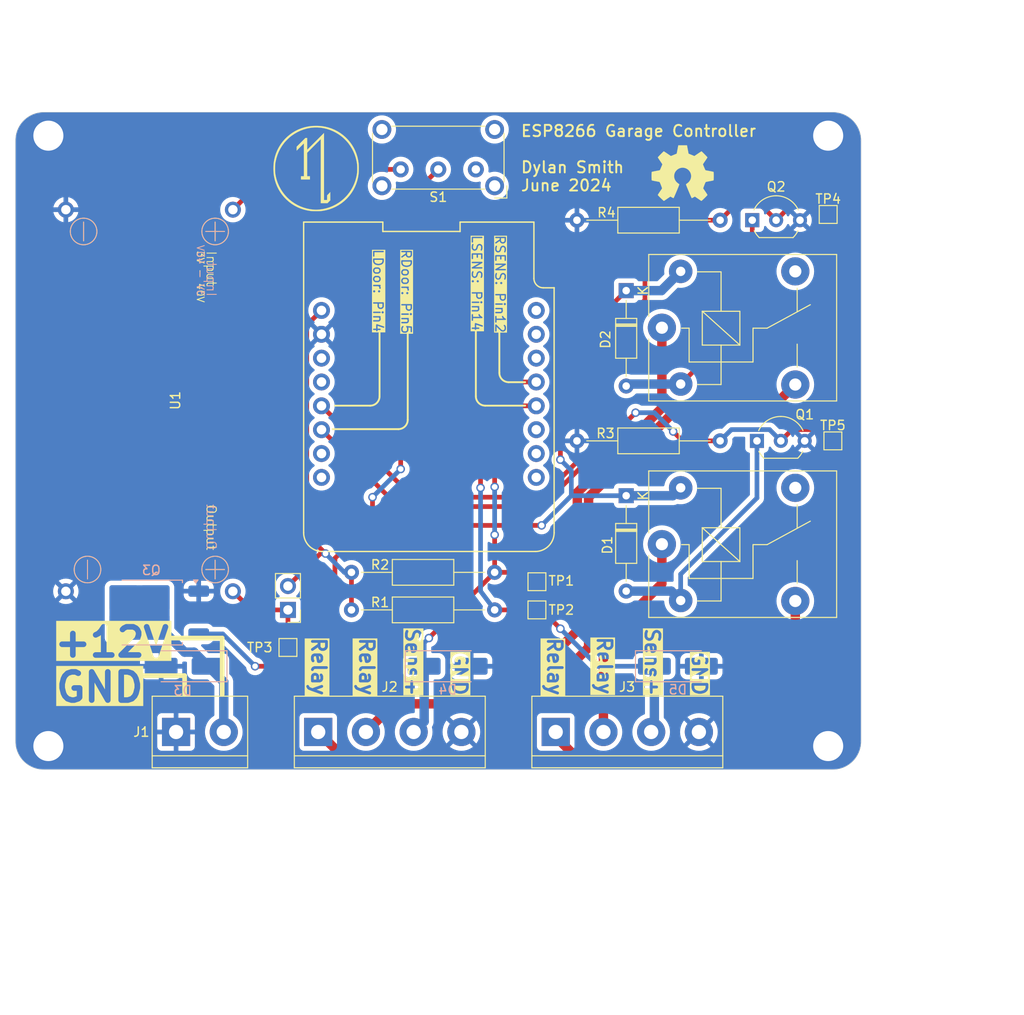
<source format=kicad_pcb>
(kicad_pcb (version 20240108) (generator "pcbnew") (generator_version "8.0")
  (layers (0 "F.Cu" signal) (31 "B.Cu" signal) (34 "B.Paste" user) (35 "F.Paste" user) (36 "B.SilkS" user "B.Silkscreen") (37 "F.SilkS" user "F.Silkscreen") (38 "B.Mask" user) (39 "F.Mask" user) (44 "Edge.Cuts" user))
  (net 0 "")
  (net 1 "+12V")
  (net 2 "Net-(D1-A)")
  (net 3 "Net-(D2-A)")
  (net 4 "Earth")
  (net 5 "LEFT_SENSOR")
  (net 6 "RIGHT_SENSOR")
  (net 7 "LBUT_NO")
  (net 8 "LBUT_COM")
  (net 9 "RBUT_NO")
  (net 10 "RBUT_COM")
  (net 11 "Net-(JP1-A)")
  (net 12 "+5V")
  (net 13 "Net-(Q1-G)")
  (net 14 "Net-(Q2-G)")
  (net 16 "Net-(S1-A)")
  (net 19 "Net-(D3-A1)")
  (footprint "TestPoint:TestPoint_Pad_1.5x1.5mm" (layer "F.Cu") (at 80.5 75)
    (property "Reference" "TP1" (at 2.6 -0.1 0) (layer "F.SilkS"))
    (property "Value" "TestPoint")
    (pad "1" smd rect (at 0 0) (size 1.5 1.5) (layers "F.Cu" "F.Mask") (net 5 "LEFT_SENSOR"))
  )
  (footprint "MountingHole:MountingHole_3.2mm_M3" (layer "F.Cu") (at 111.5 92.5)
    (property "Reference" "H2" (hide yes))
    (property "Value" "MountingHole")
    (pad "" np_thru_hole circle (at 0 0) (size 3.2 3.2) (drill 3.2) (layers "*.Cu" "*.Mask"))
  )
  (footprint "TestPoint:TestPoint_Pad_1.5x1.5mm" (layer "F.Cu") (at 54 82)
    (property "Reference" "TP3" (at -3 0 0) (layer "F.SilkS"))
    (property "Value" "TestPoint")
    (pad "1" smd rect (at 0 0) (size 1.5 1.5) (layers "F.Cu" "F.Mask") (net 11 "Net-(JP1-A)"))
  )
  (footprint "Package_TO_SOT_THT:TO-92_Inline_Wide" (layer "F.Cu") (at 103.92 60)
    (property "Reference" "Q1" (at 5.08 -2.8 0) (layer "F.SilkS"))
    (property "Value" "BS170-D26Z")
    (pad "1" thru_hole rect (at 0 0) (size 1.5 1.5) (drill 0.8) (layers "*.Cu" "*.Mask") (net 2 "Net-(D1-A)"))
    (pad "2" thru_hole circle (at 2.54 0) (size 1.5 1.5) (drill 0.8) (layers "*.Cu" "*.Mask") (net 13 "Net-(Q1-G)"))
    (pad "3" thru_hole circle (at 5.08 0) (size 1.5 1.5) (drill 0.8) (layers "*.Cu" "*.Mask") (net 4 "Earth"))
  )
  (footprint "Diode_THT:D_DO-35_SOD27_P10.16mm_Horizontal" (layer "F.Cu") (at 90 65.84 -90)
    (property "Reference" "D1" (at 5.26 2 90) (layer "F.SilkS"))
    (property "Value" "1N4148TR")
    (fp_text user "K" (at 0 -1.8 -90) (layer "F.SilkS"))
    (pad "1" thru_hole rect (at 0 0 270) (size 1.6 1.6) (drill 0.8) (layers "*.Cu" "*.Mask") (net 1 "+12V"))
    (pad "2" thru_hole oval (at 10.16 0 270) (size 1.6 1.6) (drill 0.8) (layers "*.Cu" "*.Mask") (net 2 "Net-(D1-A)"))
  )
  (footprint "TestPoint:TestPoint_Pad_1.5x1.5mm" (layer "F.Cu") (at 112 60)
    (property "Reference" "TP5" (at 0 -1.648 0) (layer "F.SilkS"))
    (property "Value" "TestPoint")
    (pad "1" smd rect (at 0 0) (size 1.5 1.5) (layers "F.Cu" "F.Mask") (net 13 "Net-(Q1-G)"))
  )
  (footprint "Resistor_THT:R_Axial_DIN0207_L6.3mm_D2.5mm_P15.24mm_Horizontal" (layer "F.Cu") (at 60.76 74)
    (property "Reference" "R2" (at 3.04 -0.8 0) (layer "F.SilkS"))
    (property "Value" "100k")
    (pad "1" thru_hole circle (at 0 0) (size 1.6 1.6) (drill 0.8) (layers "*.Cu" "*.Mask") (net 12 "+5V"))
    (pad "2" thru_hole oval (at 15.24 0) (size 1.6 1.6) (drill 0.8) (layers "*.Cu" "*.Mask") (net 5 "LEFT_SENSOR"))
  )
  (footprint "Resistor_THT:R_Axial_DIN0207_L6.3mm_D2.5mm_P15.24mm_Horizontal" (layer "F.Cu") (at 100 60 180)
    (property "Reference" "R3" (at 12.2 0.8 0) (layer "F.SilkS"))
    (property "Value" "100k")
    (pad "1" thru_hole circle (at 0 0 180) (size 1.6 1.6) (drill 0.8) (layers "*.Cu" "*.Mask") (net 13 "Net-(Q1-G)"))
    (pad "2" thru_hole oval (at 15.24 0 180) (size 1.6 1.6) (drill 0.8) (layers "*.Cu" "*.Mask") (net 4 "Earth"))
  )
  (footprint "MountingHole:MountingHole_3.2mm_M3" (layer "F.Cu") (at 28.5 27.5)
    (property "Reference" "H3" (hide yes))
    (property "Value" "MountingHole")
    (pad "" np_thru_hole circle (at 0 0) (size 3.2 3.2) (drill 3.2) (layers "*.Cu" "*.Mask"))
  )
  (footprint "TestPoint:TestPoint_Pad_1.5x1.5mm" (layer "F.Cu") (at 80.5 78)
    (property "Reference" "TP2" (at 2.6 0 0) (layer "F.SilkS"))
    (property "Value" "TestPoint")
    (pad "1" smd rect (at 0 0) (size 1.5 1.5) (layers "F.Cu" "F.Mask") (net 6 "RIGHT_SENSOR"))
  )
  (footprint "TerminalBlock:TerminalBlock_bornier-2_P5.08mm" (layer "F.Cu") (at 42.09 91)
    (property "Reference" "J1" (at -3.69 0 0) (layer "F.SilkS"))
    (property "Value" "1935161.0")
    (pad "1" thru_hole rect (at 0 0) (size 3 3) (drill 1.52) (layers "*.Cu" "*.Mask") (net 4 "Earth"))
    (pad "2" thru_hole circle (at 5.08 0) (size 3 3) (drill 1.52) (layers "*.Cu" "*.Mask") (net 19 "Net-(D3-A1)"))
  )
  (footprint "000-Footprints:Relay_SPDT_Songle" (layer "F.Cu") (at 101.9 47.95)
    (property "Reference" "K2" (hide yes))
    (property "Value" "SRD-12VDC-SL-C")
    (pad "1" thru_hole circle (at -8.1 0 90) (size 3 3) (drill 1.3) (layers "*.Cu" "*.Mask") (net 8 "LBUT_COM"))
    (pad "2" thru_hole circle (at -6.1 6 90) (size 2.5 2.5) (drill 1) (layers "*.Cu" "*.Mask") (net 3 "Net-(D2-A)"))
    (pad "3" thru_hole circle (at 6.1 6.05 90) (size 3 3) (drill 1.3) (layers "*.Cu" "*.Mask") (net 7 "LBUT_NO"))
    (pad "4" thru_hole circle (at 6.1 -6 90) (size 3 3) (drill 1.3) (layers "*.Cu" "*.Mask"))
    (pad "5" thru_hole circle (at -6.1 -6 90) (size 2.5 2.5) (drill 1) (layers "*.Cu" "*.Mask") (net 1 "+12V"))
  )
  (footprint "TerminalBlock:TerminalBlock_bornier-4_P5.08mm" (layer "F.Cu") (at 57.22 91)
    (property "Reference" "J2" (at 7.6 -4.8 0) (layer "F.SilkS"))
    (property "Value" "EB21A-04-C")
    (pad "1" thru_hole rect (at 0 0) (size 3 3) (drill 1.52) (layers "*.Cu" "*.Mask") (net 7 "LBUT_NO"))
    (pad "2" thru_hole circle (at 5.08 0) (size 3 3) (drill 1.52) (layers "*.Cu" "*.Mask") (net 8 "LBUT_COM"))
    (pad "3" thru_hole circle (at 10.16 0) (size 3 3) (drill 1.52) (layers "*.Cu" "*.Mask") (net 5 "LEFT_SENSOR"))
    (pad "4" thru_hole circle (at 15.24 0) (size 3 3) (drill 1.52) (layers "*.Cu" "*.Mask") (net 4 "Earth"))
  )
  (footprint "TestPoint:TestPoint_Pad_1.5x1.5mm" (layer "F.Cu") (at 111.5 35.89)
    (property "Reference" "TP4" (at 0 -1.648 0) (layer "F.SilkS"))
    (property "Value" "TestPoint")
    (pad "1" smd rect (at 0 0) (size 1.5 1.5) (layers "F.Cu" "F.Mask") (net 14 "Net-(Q2-G)"))
  )
  (footprint "Diode_THT:D_DO-35_SOD27_P10.16mm_Horizontal" (layer "F.Cu") (at 90 44 -90)
    (property "Reference" "D2" (at 5.2 2.2 90) (layer "F.SilkS"))
    (property "Value" "1N4148TR")
    (fp_text user "K" (at 0 -1.8 -90) (layer "F.SilkS"))
    (pad "1" thru_hole rect (at 0 0 270) (size 1.6 1.6) (drill 0.8) (layers "*.Cu" "*.Mask") (net 1 "+12V"))
    (pad "2" thru_hole oval (at 10.16 0 270) (size 1.6 1.6) (drill 0.8) (layers "*.Cu" "*.Mask") (net 3 "Net-(D2-A)"))
  )
  (footprint "Symbol:OSHW-Symbol_6.7x6mm_SilkScreen" (layer "F.Cu") (at 96 31.5)
    (property "Reference" "REF**" (hide yes))
    (property "Value" "OSHW-Symbol_6.7x6mm_SilkScreen" (hide yes))
  )
  (footprint "000-Footprints:Relay_SPDT_Songle" (layer "F.Cu") (at 101.9 71)
    (property "Reference" "K1" (hide yes))
    (property "Value" "SRD-12VDC-SL-C")
    (pad "1" thru_hole circle (at -8.1 0 90) (size 3 3) (drill 1.3) (layers "*.Cu" "*.Mask") (net 10 "RBUT_COM"))
    (pad "2" thru_hole circle (at -6.1 6 90) (size 2.5 2.5) (drill 1) (layers "*.Cu" "*.Mask") (net 2 "Net-(D1-A)"))
    (pad "3" thru_hole circle (at 6.1 6.05 90) (size 3 3) (drill 1.3) (layers "*.Cu" "*.Mask") (net 9 "RBUT_NO"))
    (pad "4" thru_hole circle (at 6.1 -6 90) (size 3 3) (drill 1.3) (layers "*.Cu" "*.Mask"))
    (pad "5" thru_hole circle (at -6.1 -6 90) (size 2.5 2.5) (drill 1) (layers "*.Cu" "*.Mask") (net 1 "+12V"))
  )
  (footprint "Resistor_THT:R_Axial_DIN0207_L6.3mm_D2.5mm_P15.24mm_Horizontal" (layer "F.Cu") (at 60.76 78)
    (property "Reference" "R1" (at 3.04 -0.8 0) (layer "F.SilkS"))
    (property "Value" "100k")
    (pad "1" thru_hole circle (at 0 0) (size 1.6 1.6) (drill 0.8) (layers "*.Cu" "*.Mask") (net 12 "+5V"))
    (pad "2" thru_hole oval (at 15.24 0) (size 1.6 1.6) (drill 0.8) (layers "*.Cu" "*.Mask") (net 6 "RIGHT_SENSOR"))
  )
  (footprint "Graphics:Nlogo_10mm_x_10mm" (layer "F.Cu") (at 57 31)
    (property "Reference" "G***" (hide yes))
    (property "Value" "LOGO" (hide yes))
  )
  (footprint "TerminalBlock:TerminalBlock_bornier-4_P5.08mm" (layer "F.Cu") (at 82.5 91)
    (property "Reference" "J3" (at 7.6 -4.8 0) (layer "F.SilkS"))
    (property "Value" "EB21A-04-C")
    (pad "1" thru_hole rect (at 0 0) (size 3 3) (drill 1.52) (layers "*.Cu" "*.Mask") (net 9 "RBUT_NO"))
    (pad "2" thru_hole circle (at 5.08 0) (size 3 3) (drill 1.52) (layers "*.Cu" "*.Mask") (net 10 "RBUT_COM"))
    (pad "3" thru_hole circle (at 10.16 0) (size 3 3) (drill 1.52) (layers "*.Cu" "*.Mask") (net 6 "RIGHT_SENSOR"))
    (pad "4" thru_hole circle (at 15.24 0) (size 3 3) (drill 1.52) (layers "*.Cu" "*.Mask") (net 4 "Earth"))
  )
  (footprint "000-Footprints:LM2596Module" (layer "F.Cu") (at 39.25 55.7 -90)
    (property "Reference" "U1" (at 0 -2.77 90) (layer "F.SilkS"))
    (property "Value" "LM2596")
    (fp_text user "3V - 40V" (at -11 -5 -90) (layer "B.SilkS") (effects (font (size 0.75 0.75) (thickness 0.1)) (justify left bottom mirror)))
    (fp_text user "Input" (at -11 -6 -90) (layer "B.SilkS") (effects (font (thickness 0.1)) (justify left bottom mirror)))
    (fp_text user "Output" (at 16 -6 -90) (layer "B.SilkS") (effects (font (thickness 0.1)) (justify left bottom mirror)))
    (fp_text user "3V - 40V" (at -16 -5 -90) (layer "F.SilkS") (effects (font (size 0.75 0.75) (thickness 0.1)) (justify left bottom)))
    (fp_text user "Output" (at 11 -6 -90) (layer "F.SilkS") (effects (font (thickness 0.1)) (justify left bottom)))
    (fp_text user "Input" (at -16 -6 -90) (layer "F.SilkS") (effects (font (thickness 0.1)) (justify left bottom)))
    (pad "1" thru_hole oval (at -20.32 -8.89 270) (size 1.7 1.7) (drill 1) (layers "*.Cu" "*.Mask") (net 16 "Net-(S1-A)"))
    (pad "2" thru_hole oval (at -20.32 8.89 270) (size 1.7 1.7) (drill 1) (layers "*.Cu" "*.Mask") (net 4 "Earth"))
    (pad "3" thru_hole circle (at 20.32 8.89 270) (size 1.7 1.7) (drill 1) (layers "*.Cu" "*.Mask") (net 4 "Earth"))
    (pad "4" thru_hole circle (at 20.32 -8.89 270) (size 1.7 1.7) (drill 1) (layers "*.Cu" "*.Mask") (net 11 "Net-(JP1-A)"))
  )
  (footprint "000-Footprints:wemos-d1-mini-with-pin-header-and-connector" (layer "F.Cu") (at 69 55 -90)
    (property "Reference" "U2" (hide yes))
    (property "Value" "WeMos_D1_mini")
    (pad "1" thru_hole circle (at 8.89 -11.43 270) (size 1.8 1.8) (drill 1.016) (layers "*.Cu" "*.Mask"))
    (pad "2" thru_hole circle (at 6.35 -11.43 270) (size 1.8 1.8) (drill 1.016) (layers "*.Cu" "*.Mask"))
    (pad "3" thru_hole circle (at 3.81 -11.43 270) (size 1.8 1.8) (drill 1.016) (layers "*.Cu" "*.Mask"))
    (pad "4" thru_hole circle (at 1.27 -11.43 270) (size 1.8 1.8) (drill 1.016) (layers "*.Cu" "*.Mask") (net 5 "LEFT_SENSOR"))
    (pad "5" thru_hole circle (at -1.27 -11.43 270) (size 1.8 1.8) (drill 1.016) (layers "*.Cu" "*.Mask") (net 6 "RIGHT_SENSOR"))
    (pad "6" thru_hole circle (at -3.81 -11.43) (size 1.8 1.8) (drill 1.016) (layers "*.Cu" "*.Mask"))
    (pad "7" thru_hole circle (at -6.35 -11.43 270) (size 1.8 1.8) (drill 1.016) (layers "*.Cu" "*.Mask"))
    (pad "8" thru_hole circle (at -8.89 -11.43 270) (size 1.8 1.8) (drill 1.016) (layers "*.Cu" "*.Mask"))
    (pad "9" thru_hole circle (at -8.89 11.43 270) (size 1.8 1.8) (drill 1.016) (layers "*.Cu" "*.Mask") (net 12 "+5V"))
    (pad "10" thru_hole circle (at -6.35 11.43 270) (size 1.8 1.8) (drill 1.016) (layers "*.Cu" "*.Mask") (net 4 "Earth"))
    (pad "11" thru_hole circle (at -3.81 11.43 270) (size 1.8 1.8) (drill 1.016) (layers "*.Cu" "*.Mask"))
    (pad "12" thru_hole circle (at -1.27 11.43 270) (size 1.8 1.8) (drill 1.016) (layers "*.Cu" "*.Mask"))
    (pad "13" thru_hole circle (at 1.27 11.43 270) (size 1.8 1.8) (drill 1.016) (layers "*.Cu" "*.Mask") (net 14 "Net-(Q2-G)"))
    (pad "14" thru_hole circle (at 3.81 11.43 270) (size 1.8 1.8) (drill 1.016) (layers "*.Cu" "*.Mask") (net 13 "Net-(Q1-G)"))
    (pad "15" thru_hole circle (at 6.35 11.43 270) (size 1.8 1.8) (drill 1.016) (layers "*.Cu" "*.Mask"))
    (pad "16" thru_hole circle (at 8.89 11.43 270) (size 1.8 1.8) (drill 1.016) (layers "*.Cu" "*.Mask"))
  )
  (footprint "MountingHole:MountingHole_3.2mm_M3" (layer "F.Cu") (at 28.5 92.5)
    (property "Reference" "H4" (hide yes))
    (property "Value" "MountingHole")
    (pad "" np_thru_hole circle (at 0 0) (size 3.2 3.2) (drill 3.2) (layers "*.Cu" "*.Mask"))
  )
  (footprint "Package_TO_SOT_THT:TO-92_Inline_Wide" (layer "F.Cu") (at 103.42 36.5)
    (property "Reference" "Q2" (at 2.54 -3.56 0) (layer "F.SilkS"))
    (property "Value" "BS170-D26Z")
    (pad "1" thru_hole rect (at 0 0) (size 1.5 1.5) (drill 0.8) (layers "*.Cu" "*.Mask") (net 3 "Net-(D2-A)"))
    (pad "2" thru_hole circle (at 2.54 0) (size 1.5 1.5) (drill 0.8) (layers "*.Cu" "*.Mask") (net 14 "Net-(Q2-G)"))
    (pad "3" thru_hole circle (at 5.08 0) (size 1.5 1.5) (drill 0.8) (layers "*.Cu" "*.Mask") (net 4 "Earth"))
  )
  (footprint "MountingHole:MountingHole_3.2mm_M3" (layer "F.Cu") (at 111.5 27.5)
    (property "Reference" "H1" (hide yes))
    (property "Value" "MountingHole")
    (pad "" np_thru_hole circle (at 0 0) (size 3.2 3.2) (drill 3.2) (layers "*.Cu" "*.Mask"))
  )
  (footprint "Connector_PinHeader_2.54mm:PinHeader_1x02_P2.54mm_Vertical" (layer "F.Cu") (at 54 78 180)
    (property "Reference" "JP1" (hide yes))
    (property "Value" "Jumper_2_Bridged")
    (pad "1" thru_hole rect (at 0 0 180) (size 1.7 1.7) (drill 1) (layers "*.Cu" "*.Mask") (net 11 "Net-(JP1-A)"))
    (pad "2" thru_hole oval (at 0 2.54 180) (size 1.7 1.7) (drill 1) (layers "*.Cu" "*.Mask") (net 12 "+5V"))
  )
  (footprint "Resistor_THT:R_Axial_DIN0207_L6.3mm_D2.5mm_P15.24mm_Horizontal" (layer "F.Cu") (at 100 36.5 180)
    (property "Reference" "R4" (at 12.1 0.8 0) (layer "F.SilkS"))
    (property "Value" "100k")
    (pad "1" thru_hole circle (at 0 0 180) (size 1.6 1.6) (drill 0.8) (layers "*.Cu" "*.Mask") (net 14 "Net-(Q2-G)"))
    (pad "2" thru_hole oval (at 15.24 0 180) (size 1.6 1.6) (drill 0.8) (layers "*.Cu" "*.Mask") (net 4 "Earth"))
  )
  (footprint "000-Footprints:SW_E-Switch_EG1224_SPDT_Angled" (layer "F.Cu") (at 70 31.09 180)
    (property "Reference" "S1" (at 0 -2.95 180) (layer "F.SilkS"))
    (property "Value" "EG1224")
    (pad "" thru_hole circle (at -6 -1.75 180) (size 2 2) (drill 1.2) (layers "*.Cu" "*.Mask"))
    (pad "" thru_hole circle (at -6 4.25 180) (size 2 2) (drill 1.2) (layers "*.Cu" "*.Mask"))
    (pad "" thru_hole circle (at 6 -1.75 180) (size 2 2) (drill 1.2) (layers "*.Cu" "*.Mask"))
    (pad "" thru_hole circle (at 6 4.25 180) (size 2 2) (drill 1.2) (layers "*.Cu" "*.Mask"))
    (pad "1" thru_hole circle (at -4 0 180) (size 1.7 1.7) (drill 0.9) (layers "*.Cu" "*.Mask"))
    (pad "2" thru_hole circle (at 0 0 180) (size 1.7 1.7) (drill 0.9) (layers "*.Cu" "*.Mask") (net 1 "+12V"))
    (pad "3" thru_hole circle (at 4 0 180) (size 1.7 1.7) (drill 0.9) (layers "*.Cu" "*.Mask") (net 16 "Net-(S1-A)"))
  )
  (footprint "Diode_SMD:D_SMA_Handsoldering" (layer "B.Cu") (at 95.5 84)
    (property "Reference" "D5" (at 0 2.5 0) (layer "B.SilkS") (effects (justify mirror)))
    (property "Value" "SMA6J5.0A-TR")
    (pad "1" smd roundrect (at -2.5 0) (size 3.5 1.8) (layers "B.Cu" "B.Paste" "B.Mask") (roundrect_rratio 0.1388888889) (net 6 "RIGHT_SENSOR"))
    (pad "2" smd roundrect (at 2.5 0) (size 3.5 1.8) (layers "B.Cu" "B.Paste" "B.Mask") (roundrect_rratio 0.1388888889) (net 4 "Earth"))
  )
  (footprint "Diode_SMD:D_SMA_Handsoldering" (layer "B.Cu") (at 71 84)
    (property "Reference" "D4" (at 0 2.5 0) (layer "B.SilkS") (effects (justify mirror)))
    (property "Value" "SMA6J5.0A-TR")
    (pad "1" smd roundrect (at -2.5 0) (size 3.5 1.8) (layers "B.Cu" "B.Paste" "B.Mask") (roundrect_rratio 0.1388888889) (net 5 "LEFT_SENSOR"))
    (pad "2" smd roundrect (at 2.5 0) (size 3.5 1.8) (layers "B.Cu" "B.Paste" "B.Mask") (roundrect_rratio 0.1388888889) (net 4 "Earth"))
  )
  (footprint "Package_TO_SOT_SMD:TO-252-2" (layer "B.Cu") (at 39.46 78.28 180)
    (property "Reference" "Q3" (at 0 4.5 0) (layer "B.SilkS") (effects (justify mirror)))
    (property "Value" "IRFR9024NTRLPBF")
    (pad "1" smd roundrect (at -5.04 2.28 180) (size 2.2 1.2) (layers "B.Cu" "B.Paste" "B.Mask") (roundrect_rratio 0.2083333333) (net 4 "Earth"))
    (pad "2" smd roundrect (at -0.415 -1.525 180) (size 3.05 2.75) (layers "B.Cu" "B.Paste") (roundrect_rratio 0.09090909091) (net 19 "Net-(D3-A1)"))
    (pad "2" smd roundrect (at -0.415 1.525 180) (size 3.05 2.75) (layers "B.Cu" "B.Paste") (roundrect_rratio 0.09090909091) (net 19 "Net-(D3-A1)"))
    (pad "2" smd roundrect (at 1.26 0 180) (size 6.4 5.8) (layers "B.Cu" "B.Mask") (roundrect_rratio 0.04310293103) (net 19 "Net-(D3-A1)"))
    (pad "2" smd roundrect (at 2.935 -1.525 180) (size 3.05 2.75) (layers "B.Cu" "B.Paste") (roundrect_rratio 0.09090909091) (net 19 "Net-(D3-A1)"))
    (pad "2" smd roundrect (at 2.935 1.525 180) (size 3.05 2.75) (layers "B.Cu" "B.Paste") (roundrect_rratio 0.09090909091) (net 19 "Net-(D3-A1)"))
    (pad "3" smd roundrect (at -5.04 -2.28 180) (size 2.2 1.2) (layers "B.Cu" "B.Paste" "B.Mask") (roundrect_rratio 0.2083333333) (net 1 "+12V"))
  )
  (footprint "Diode_SMD:D_SMA_Handsoldering" (layer "B.Cu") (at 43 84 180)
    (property "Reference" "D3" (at 0.2 -2.6 0) (layer "B.SilkS") (effects (justify mirror)))
    (property "Value" "SMAJ12A")
    (pad "1" smd roundrect (at -2.5 0 180) (size 3.5 1.8) (layers "B.Cu" "B.Paste" "B.Mask") (roundrect_rratio 0.1388888889) (net 19 "Net-(D3-A1)"))
    (pad "2" smd roundrect (at 2.5 0 180) (size 3.5 1.8) (layers "B.Cu" "B.Paste" "B.Mask") (roundrect_rratio 0.1388888889) (net 4 "Earth"))
  )
  (gr_arc (start 63.75 55.25) (mid 63.457107 55.957107) (end 62.75 56.25) (stroke (width 0.2)) (layer "F.SilkS"))
  (gr_arc (start 77.5 53.75) (mid 76.792893 53.457107) (end 76.5 52.75) (stroke (width 0.2)) (layer "F.SilkS"))
  (gr_arc (start 66.75 57.75) (mid 66.457107 58.457107) (end 65.75 58.75) (stroke (width 0.2)) (layer "F.SilkS"))
  (gr_arc (start 75 56.25) (mid 74.292893 55.957107) (end 74 55.25) (stroke (width 0.2)) (layer "F.SilkS"))
  (gr_line (start 77.5 53.75) (end 79.25 53.75) (stroke (width 0.2)) (layer "F.SilkS"))
  (gr_line (start 63.75 55.25) (end 63.75 48.5) (stroke (width 0.2)) (layer "F.SilkS"))
  (gr_line (start 62.75 56.25) (end 59 56.25) (stroke (width 0.2)) (layer "F.SilkS"))
  (gr_line (start 66.75 48.5) (end 66.75 57.75) (stroke (width 0.2)) (layer "F.SilkS"))
  (gr_line (start 38.5 85) (end 43 85) (stroke (width 0.5)) (layer "F.SilkS"))
  (gr_line (start 47 87) (end 47 81) (stroke (width 0.5)) (layer "F.SilkS"))
  (gr_line (start 65.75 58.75) (end 58.75 58.75) (stroke (width 0.2)) (layer "F.SilkS"))
  (gr_line (start 41.5 81) (end 47 81) (stroke (width 0.5)) (layer "F.SilkS"))
  (gr_line (start 76.5 48.25) (end 76.5 52.75) (stroke (width 0.2)) (layer "F.SilkS"))
  (gr_line (start 74 48.25) (end 74 55.25) (stroke (width 0.2)) (layer "F.SilkS"))
  (gr_line (start 75 56.25) (end 79.25 56.25) (stroke (width 0.2)) (layer "F.SilkS"))
  (gr_line (start 43 87) (end 43 85) (stroke (width 0.5)) (layer "F.SilkS"))
  (gr_line (start 115 28) (end 115 92) (stroke (width 0.05)) (layer "Edge.Cuts"))
  (gr_arc (start 25 28) (mid 25.87868 25.87868) (end 28 25) (stroke (width 0.05)) (layer "Edge.Cuts"))
  (gr_line (start 25 92) (end 25 28) (stroke (width 0.05)) (layer "Edge.Cuts"))
  (gr_arc (start 115 92) (mid 114.12132 94.12132) (end 112 95) (stroke (width 0.05)) (layer "Edge.Cuts"))
  (gr_arc (start 28 95) (mid 25.87868 94.12132) (end 25 92) (stroke (width 0.05)) (layer "Edge.Cuts"))
  (gr_arc (start 112 25) (mid 114.12132 25.87868) (end 115 28) (stroke (width 0.05)) (layer "Edge.Cuts"))
  (gr_line (start 28 25) (end 112 25) (stroke (width 0.05)) (layer "Edge.Cuts"))
  (gr_rect (start 74 121.11) (end 74 121.11) (stroke (width 0.05)) (fill none) (layer "Edge.Cuts"))
  (gr_line (start 112 95) (end 28 95) (stroke (width 0.05)) (layer "Edge.Cuts"))
  (gr_text "RDoor: Pin5" (at 66 39.5 -90) (layer "F.SilkS" knockout) (effects (font (size 1 1)) (justify left bottom)))
  (gr_text "+12V\n" (at 28.852829 83.199731 0) (layer "F.SilkS" knockout) (effects (font (size 3 3) (thickness 0.6) (bold yes)) (justify left bottom)))
  (gr_text "RSENS: Pin12" (at 76 38 -90) (layer "F.SilkS" knockout) (effects (font (size 1 1)) (justify left bottom)))
  (gr_text "Sens+" (at 66.4 79.8 270) (layer "F.SilkS" knockout) (effects (font (size 1.5 1.5) (thickness 0.3) (bold yes)) (justify left bottom)))
  (gr_text "ESP8266 Garage Controller\n\nDylan Smith\nJune 2024" (at 78.7 33.5 0) (layer "F.SilkS") (effects (font (size 1.2 1.2) (thickness 0.2) (bold yes)) (justify left bottom)))
  (gr_text "Relay" (at 56.4 80.8 270) (layer "F.SilkS" knockout) (effects (font (size 1.5 1.5) (thickness 0.3) (bold yes)) (justify left bottom)))
  (gr_text "Relay" (at 86.8 80.7 270) (layer "F.SilkS" knockout) (effects (font (size 1.5 1.5) (thickness 0.3) (bold yes)) (justify left bottom)))
  (gr_text "GND" (at 71.4 82.3 270) (layer "F.SilkS" knockout) (effects (font (size 1.5 1.5) (thickness 0.3) (bold yes)) (justify left bottom)))
  (gr_text "GND" (at 96.9 82.3 270) (layer "F.SilkS" knockout) (effects (font (size 1.5 1.5) (thickness 0.3) (bold yes)) (justify left bottom)))
  (gr_text "GND" (at 29 88 0) (layer "F.SilkS" knockout) (effects (font (size 3 3) (thickness 0.6) (bold yes)) (justify left bottom)))
  (gr_text "LDoor: Pin4" (at 63 39.5 -90) (layer "F.SilkS" knockout) (effects (font (size 1 1)) (justify left bottom)))
  (gr_text "Relay" (at 81.5 80.8 270) (layer "F.SilkS" knockout) (effects (font (size 1.5 1.5) (thickness 0.3) (bold yes)) (justify left bottom)))
  (gr_text "LSENS: Pin14" (at 73.5 38 -90) (layer "F.SilkS" knockout) (effects (font (size 1 1)) (justify left bottom)))
  (gr_text "Relay" (at 61.5 80.8 270) (layer "F.SilkS" knockout) (effects (font (size 1.5 1.5) (thickness 0.3) (bold yes)) (justify left bottom)))
  (gr_text "Sens+" (at 91.9 79.8 270) (layer "F.SilkS" knockout) (effects (font (size 1.5 1.5) (thickness 0.3) (bold yes)) (justify left bottom)))
  (segment (start 50.5 84) (end 56 84) (width 0.5) (layer "F.Cu") (net 1))
  (segment (start 62.5 69) (end 59 72.5) (width 0.5) (layer "F.Cu") (net 1))
  (segment (start 66 63) (end 66 35.09) (width 0.5) (layer "F.Cu") (net 1))
  (segment (start 83 62) (end 83 51) (width 0.5) (layer "F.Cu") (net 1))
  (segment (start 59 81) (end 56 84) (width 0.5) (layer "F.Cu") (net 1))
  (segment (start 59 72.5) (end 59 81) (width 0.5) (layer "F.Cu") (net 1))
  (segment (start 66 35.09) (end 70 31.09) (width 0.5) (layer "F.Cu") (net 1))
  (segment (start 81 69) (end 62.5 69) (width 0.5) (layer "F.Cu") (net 1))
  (segment (start 63 68.5) (end 63 66) (width 0.5) (layer "F.Cu") (net 1))
  (segment (start 83 51) (end 90 44) (width 0.5) (layer "F.Cu") (net 1))
  (segment (start 62.5 69) (end 63 68.5) (width 0.5) (layer "F.Cu") (net 1))
  (via (at 50.5 84) (size 0.9) (drill 0.6) (layers "F.Cu" "B.Cu") (net 1))
  (via (at 63 66) (size 0.9) (drill 0.6) (layers "F.Cu" "B.Cu") (net 1))
  (via (at 83 62) (size 0.9) (drill 0.6) (layers "F.Cu" "B.Cu") (net 1))
  (via (at 81 69) (size 0.9) (drill 0.6) (layers "F.Cu" "B.Cu") (net 1))
  (via (at 66 63) (size 0.9) (drill 0.6) (layers "F.Cu" "B.Cu") (net 1))
  (segment (start 81 69) (end 84.16 65.84) (width 0.5) (layer "B.Cu") (net 1))
  (segment (start 84.16 63.16) (end 83 62) (width 0.5) (layer "B.Cu") (net 1))
  (segment (start 93.75 44) (end 95.8 41.95) (width 1) (layer "B.Cu") (net 1))
  (segment (start 84.16 65.84) (end 90 65.84) (width 0.5) (layer "B.Cu") (net 1))
  (segment (start 63 66) (end 66 63) (width 0.5) (layer "B.Cu") (net 1))
  (segment (start 44.5 80.56) (end 47.06 80.56) (width 0.5) (layer "B.Cu") (net 1))
  (segment (start 90 44) (end 93.75 44) (width 1) (layer "B.Cu") (net 1))
  (segment (start 90 65.84) (end 94.96 65.84) (width 1) (layer "B.Cu") (net 1))
  (segment (start 94.96 65.84) (end 95.8 65) (width 1) (layer "B.Cu") (net 1))
  (segment (start 47.06 80.56) (end 50.5 84) (width 0.5) (layer "B.Cu") (net 1))
  (segment (start 84.16 65.84) (end 84.16 63.16) (width 0.5) (layer "B.Cu") (net 1))
  (segment (start 103.92 66.08) (end 103.92 60) (width 0.5) (layer "B.Cu") (net 2))
  (segment (start 95.8 74.2) (end 103.92 66.08) (width 0.5) (layer "B.Cu") (net 2))
  (segment (start 90 76) (end 94.8 76) (width 1) (layer "B.Cu") (net 2))
  (segment (start 94.8 76) (end 95.8 77) (width 1) (layer "B.Cu") (net 2))
  (segment (start 95.8 77) (end 95.8 74.2) (width 0.5) (layer "B.Cu") (net 2))
  (segment (start 103.42 36.5) (end 103.42 46.33) (width 0.5) (layer "F.Cu") (net 3))
  (segment (start 103.42 46.33) (end 95.8 53.95) (width 0.5) (layer "F.Cu") (net 3))
  (segment (start 95.8 53.95) (end 90.21 53.95) (width 1) (layer "B.Cu") (net 3))
  (segment (start 90.21 53.95) (end 90 54.16) (width 1) (layer "B.Cu") (net 3))
  (segment (start 76 74) (end 79.5 74) (width 0.5) (layer "F.Cu") (net 5))
  (segment (start 76 74) (end 76 70) (width 0.5) (layer "F.Cu") (net 5))
  (segment (start 69 81) (end 76 74) (width 0.5) (layer "F.Cu") (net 5))
  (segment (start 76 64.9) (end 76 58) (width 0.5) (layer "F.Cu") (net 5))
  (segment (start 77.73 56.27) (end 80.43 56.27) (width 0.5) (layer "F.Cu") (net 5))
  (segment (start 79.5 74) (end 80.5 75) (width 0.5) (layer "F.Cu") (net 5))
  (segment (start 76 58) (end 77.73 56.27) (width 0.5) (layer "F.Cu") (net 5))
  (via (at 69 81) (size 0.9) (drill 0.6) (layers "F.Cu" "B.Cu") (net 5))
  (via (at 76 64.9) (size 0.9) (drill 0.6) (layers "F.Cu" "B.Cu") (net 5))
  (via (at 76 70) (size 0.9) (drill 0.6) (layers "F.Cu" "B.Cu") (net 5))
  (segment (start 68.5 89.88) (end 67.38 91) (width 1) (layer "B.Cu") (net 5))
  (segment (start 68.5 81.5) (end 69 81) (width 0.5) (layer "B.Cu") (net 5))
  (segment (start 68.5 84) (end 68.5 81.5) (width 0.5) (layer "B.Cu") (net 5))
  (segment (start 76 70) (end 76 64.9) (width 0.5) (layer "B.Cu") (net 5))
  (segment (start 68.5 84) (end 68.5 89.88) (width 1) (layer "B.Cu") (net 5))
  (segment (start 74.5 58) (end 79 53.73) (width 0.5) (layer "F.Cu") (net 6))
  (segment (start 81 78) (end 76 78) (width 0.5) (layer "F.Cu") (net 6))
  (segment (start 74.5 65) (end 74.5 58) (width 0.5) (layer "F.Cu") (net 6))
  (segment (start 79 53.73) (end 80.43 53.73) (width 0.5) (layer "F.Cu") (net 6))
  (segment (start 83 80) (end 81 78) (width 0.5) (layer "F.Cu") (net 6))
  (via (at 74.5 65) (size 0.9) (drill 0.6) (layers "F.Cu" "B.Cu") (net 6))
  (via (at 83 80) (size 0.9) (drill 0.6) (layers "F.Cu" "B.Cu") (net 6))
  (segment (start 87 84) (end 93 84) (width 0.5) (layer "B.Cu") (net 6))
  (segment (start 74.5 65) (end 74.5 76) (width 0.5) (layer "B.Cu") (net 6))
  (segment (start 93 90.66) (end 92.66 91) (width 1) (layer "B.Cu") (net 6))
  (segment (start 83 80) (end 87 84) (width 0.5) (layer "B.Cu") (net 6))
  (segment (start 74.5 76) (end 76 78) (width 0.5) (layer "B.Cu") (net 6))
  (segment (start 93 84) (end 93 90.66) (width 1) (layer "B.Cu") (net 6))
  (segment (start 86 82) (end 86 66) (width 1) (layer "F.Cu") (net 7))
  (segment (start 74 94) (end 86 82) (width 1) (layer "F.Cu") (net 7))
  (segment (start 86 66) (end 95 57) (width 1) (layer "F.Cu") (net 7))
  (segment (start 57.22 91) (end 60.22 94) (width 1) (layer "F.Cu") (net 7))
  (segment (start 60.22 94) (end 74 94) (width 1) (layer "F.Cu") (net 7))
  (segment (start 95 57) (end 105 57) (width 1) (layer "F.Cu") (net 7))
  (segment (start 105 57) (end 108 54) (width 1) (layer "F.Cu") (net 7))
  (segment (start 84.8 65.502944) (end 93.8 56.502944) (width 1) (layer "F.Cu") (net 8))
  (segment (start 65.3 88) (end 77 88) (width 1) (layer "F.Cu") (net 8))
  (segment (start 84.8 80.2) (end 84.8 65.502944) (width 1) (layer "F.Cu") (net 8))
  (segment (start 77 88) (end 84.8 80.2) (width 1) (layer "F.Cu") (net 8))
  (segment (start 93.8 56.502944) (end 93.8 47.95) (width 1) (layer "F.Cu") (net 8))
  (segment (start 62.3 91) (end 65.3 88) (width 1) (layer "F.Cu") (net 8))
  (segment (start 82.5 91) (end 82.5 91.5) (width 1) (layer "F.Cu") (net 9))
  (segment (start 100 94) (end 108 86) (width 1) (layer "F.Cu") (net 9))
  (segment (start 108 86) (end 108 77.05) (width 1) (layer "F.Cu") (net 9))
  (segment (start 85 94) (end 100 94) (width 1) (layer "F.Cu") (net 9))
  (segment (start 82.5 91.5) (end 85 94) (width 1) (layer "F.Cu") (net 9))
  (segment (start 87.58 81.42) (end 87.58 91) (width 1) (layer "F.Cu") (net 10))
  (segment (start 93.8 71) (end 93.8 75.2) (width 1) (layer "F.Cu") (net 10))
  (segment (start 93.8 75.2) (end 87.58 81.42) (width 1) (layer "F.Cu") (net 10))
  (segment (start 54 78) (end 54 82) (width 0.5) (layer "F.Cu") (net 11))
  (segment (start 54 78) (end 50.12 78) (width 0.5) (layer "F.Cu") (net 11))
  (segment (start 50.12 78) (end 48.14 76.02) (width 0.5) (layer "F.Cu") (net 11))
  (segment (start 60.76 78) (end 60.76 74) (width 0.5) (layer "F.Cu") (net 12))
  (segment (start 56 47.68) (end 57.57 46.11) (width 0.5) (layer "F.Cu") (net 12))
  (segment (start 57.46 72) (end 58 72) (width 0.5) (layer "F.Cu") (net 12))
  (segment (start 54 75.46) (end 57.46 72) (width 0.5) (layer "F.Cu") (net 12))
  (segment (start 58 72) (end 56 70) (width 0.5) (layer "F.Cu") (net 12))
  (segment (start 56 70) (end 56 47.68) (width 0.5) (layer "F.Cu") (net 12))
  (via (at 58 72) (size 0.9) (drill 0.6) (layers "F.Cu" "B.Cu") (net 12))
  (segment (start 60 74) (end 58 72) (width 0.5) (layer "B.Cu") (net 12))
  (segment (start 60.76 74) (end 60 74) (width 0.5) (layer "B.Cu") (net 12))
  (segment (start 96 60) (end 100 60) (width 0.5) (layer "F.Cu") (net 13))
  (segment (start 57.57 58.81) (end 65.76 67) (width 0.5) (layer "F.Cu") (net 13))
  (segment (start 107.66 58.8) (end 110.8 58.8) (width 0.5) (layer "F.Cu") (net 13))
  (segment (start 110.8 58.8) (end 112 60) (width 0.5) (layer "F.Cu") (net 13))
  (segment (start 81 67) (end 91 57) (width 0.5) (layer "F.Cu") (net 13))
  (segment (start 79 67) (end 81 67) (width 0.5) (layer "F.Cu") (net 13))
  (segment (start 106.46 60) (end 107.66 58.8) (width 0.5) (layer "F.Cu") (net 13))
  (segment (start 65.76 67) (end 79 67) (width 0.5) (layer "F.Cu") (net 13))
  (segment (start 95 59) (end 96 60) (width 0.5) (layer "F.Cu") (net 13))
  (via (at 91 57) (size 0.9) (drill 0.6) (layers "F.Cu" "B.Cu") (net 13))
  (via (at 95 59) (size 0.9) (drill 0.6) (layers "F.Cu" "B.Cu") (net 13))
  (segment (start 105.26 58.8) (end 101.2 58.8) (width 0.5) (layer "B.Cu") (net 13))
  (segment (start 101.2 58.8) (end 100 60) (width 0.5) (layer "B.Cu") (net 13))
  (segment (start 91 57) (end 93 57) (width 0.5) (layer "B.Cu") (net 13))
  (segment (start 106.46 60) (end 105.26 58.8) (width 0.5) (layer "B.Cu") (net 13))
  (segment (start 93 57) (end 95 59) (width 0.5) (layer "B.Cu") (net 13))
  (segment (start 111.5 35.89) (end 111.5 35.5) (width 0.5) (layer "F.Cu") (net 14))
  (segment (start 111 35) (end 107.46 35) (width 0.5) (layer "F.Cu") (net 14))
  (segment (start 111.5 35.5) (end 111 35) (width 0.5) (layer "F.Cu") (net 14))
  (segment (start 87 60) (end 81 66) (width 0.5) (layer "F.Cu") (net 14))
  (segment (start 101.5 35) (end 100 36.5) (width 0.5) (layer "F.Cu") (net 14))
  (segment (start 81 66) (end 67.3 66) (width 0.5) (layer "F.Cu") (net 14))
  (segment (start 105.96 36.5) (end 104.46 35) (width 0.5) (layer "F.Cu") (net 14))
  (segment (start 96.5 36.5) (end 92 41) (width 0.5) (layer "F.Cu") (net 14))
  (segment (start 92 45) (end 87 50) (width 0.5) (layer "F.Cu") (net 14))
  (segment (start 107.46 35) (end 105.96 36.5) (width 0.5) (layer "F.Cu") (net 14))
  (segment (start 87 50) (end 87 60) (width 0.5) (layer "F.Cu") (net 14))
  (segment (start 100 36.5) (end 96.5 36.5) (width 0.5) (layer "F.Cu") (net 14))
  (segment (start 92 41) (end 92 45) (width 0.5) (layer "F.Cu") (net 14))
  (segment (start 67.3 66) (end 57.57 56.27) (width 0.5) (layer "F.Cu") (net 14))
  (segment (start 104.46 35) (end 101.5 35) (width 0.5) (layer "F.Cu") (net 14))
  (segment (start 66 31.09) (end 52.43 31.09) (width 0.5) (layer "F.Cu") (net 16))
  (segment (start 52.43 31.09) (end 48.14 35.38) (width 0.5) (layer "F.Cu") (net 16))
  (segment (start 43 82.5) (end 40.305 79.805) (width 1) (layer "B.Cu") (net 19))
  (segment (start 47.17 91) (end 47.17 85.67) (width 1) (layer "B.Cu") (net 19))
  (segment (start 47.17 85.67) (end 45.5 84) (width 1) (layer "B.Cu") (net 19))
  (segment (start 45.5 84) (end 44 82.5) (width 1) (layer "B.Cu") (net 19))
  (segment (start 44 82.5) (end 43 82.5) (width 1) (layer "B.Cu") (net 19))
  (segment (start 40.305 79.805) (end 39.875 79.805) (width 1) (layer "B.Cu") (net 19))
  (zone (net 4) (net_name "Earth") (layer "B.Cu") (connect_pads (clearance 0.5)) (min_thickness 0.25) (fill yes (thermal_gap 0.5) (thermal_bridge_width 0.5))
    (polygon (pts (xy 25 25) (xy 115 25) (xy 115 95) (xy 25 95)))
  )
)
</source>
